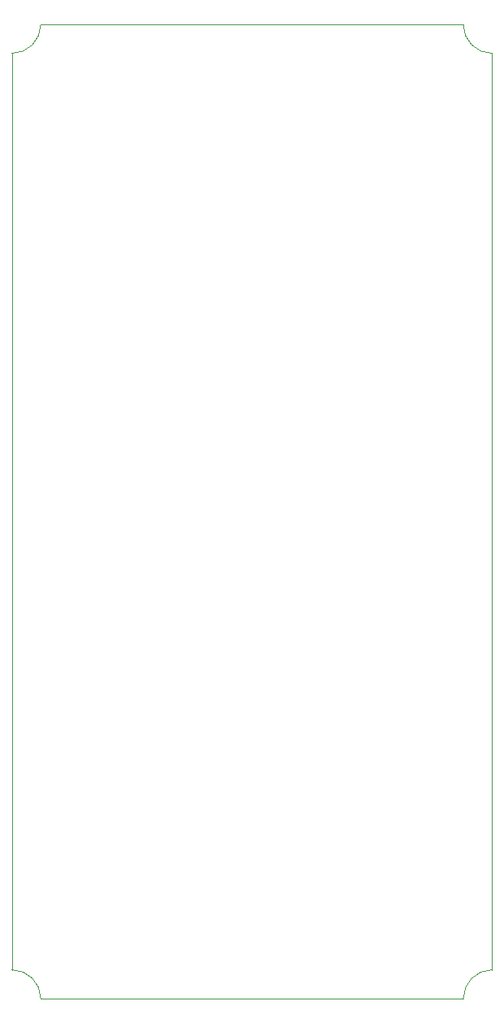
<source format=gm1>
G04*
G04 #@! TF.GenerationSoftware,Altium Limited,Altium Designer,25.6.2 (33)*
G04*
G04 Layer_Color=16711935*
%FSLAX44Y44*%
%MOMM*%
G71*
G04*
G04 #@! TF.SameCoordinates,2946A9A4-FF45-4ECA-B3A8-7F3B2984B9D4*
G04*
G04*
G04 #@! TF.FilePolarity,Positive*
G04*
G01*
G75*
%ADD21C,0.0010*%
D21*
X470000Y1015000D02*
G03*
X500000Y985000I30000J0D01*
G01*
X500000Y30000D02*
G03*
X470000Y0I0J-30000D01*
G01*
X30000D02*
G03*
X0Y30000I-30000J0D01*
G01*
X-0Y985000D02*
G03*
X30000Y1015000I0J30000D01*
G01*
X500000Y30000D02*
Y985000D01*
X30000Y0D02*
X470000D01*
X0Y30000D02*
Y985000D01*
X30000Y1015000D02*
X470000D01*
M02*

</source>
